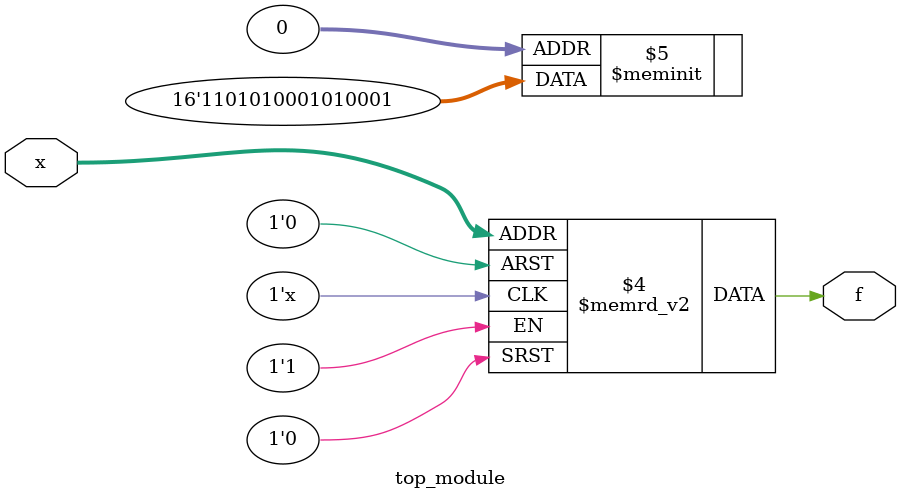
<source format=sv>
module top_module (
    input [4:1] x,
    output logic f
);

always_comb begin
    case (x)
        4'b0000, 4'b1010, 4'b1100, 4'b1110: f = 1'b1;
        4'b0001, 4'b0010, 4'b0011, 4'b0101, 4'b0111, 4'b1001, 4'b1011, 4'b1101, 4'b1000: f = 1'b0;
        4'b0110, 4'b1111, 4'b0100: f = 1'b1;
        default: f = 1'bx;
    endcase
end

endmodule

</source>
